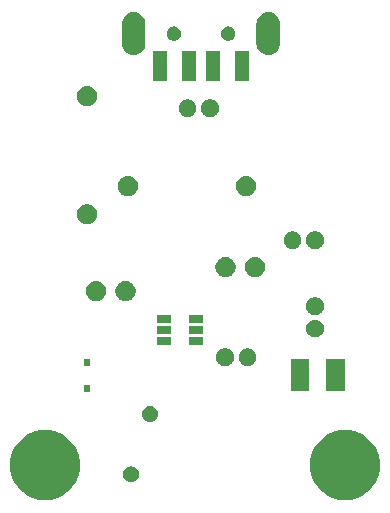
<source format=gbr>
G04 #@! TF.GenerationSoftware,KiCad,Pcbnew,(5.1.5)-3*
G04 #@! TF.CreationDate,2020-03-11T21:27:21-07:00*
G04 #@! TF.ProjectId,lab3,6c616233-2e6b-4696-9361-645f70636258,v01*
G04 #@! TF.SameCoordinates,Original*
G04 #@! TF.FileFunction,Soldermask,Top*
G04 #@! TF.FilePolarity,Negative*
%FSLAX46Y46*%
G04 Gerber Fmt 4.6, Leading zero omitted, Abs format (unit mm)*
G04 Created by KiCad (PCBNEW (5.1.5)-3) date 2020-03-11 21:27:21*
%MOMM*%
%LPD*%
G04 APERTURE LIST*
%ADD10C,0.100000*%
G04 APERTURE END LIST*
D10*
G36*
X163455953Y-101187148D02*
G01*
X163934842Y-101282404D01*
X164475676Y-101506425D01*
X164962413Y-101831652D01*
X165376348Y-102245587D01*
X165701575Y-102732324D01*
X165925596Y-103273158D01*
X166039800Y-103847304D01*
X166039800Y-104432696D01*
X165925596Y-105006842D01*
X165701575Y-105547676D01*
X165376348Y-106034413D01*
X164962413Y-106448348D01*
X164475676Y-106773575D01*
X163934842Y-106997596D01*
X163455953Y-107092852D01*
X163360697Y-107111800D01*
X162775303Y-107111800D01*
X162680047Y-107092852D01*
X162201158Y-106997596D01*
X161660324Y-106773575D01*
X161173587Y-106448348D01*
X160759652Y-106034413D01*
X160434425Y-105547676D01*
X160210404Y-105006842D01*
X160096200Y-104432696D01*
X160096200Y-103847304D01*
X160210404Y-103273158D01*
X160434425Y-102732324D01*
X160759652Y-102245587D01*
X161173587Y-101831652D01*
X161660324Y-101506425D01*
X162201158Y-101282404D01*
X162680047Y-101187148D01*
X162775303Y-101168200D01*
X163360697Y-101168200D01*
X163455953Y-101187148D01*
G37*
G36*
X138055953Y-101187148D02*
G01*
X138534842Y-101282404D01*
X139075676Y-101506425D01*
X139562413Y-101831652D01*
X139976348Y-102245587D01*
X140301575Y-102732324D01*
X140525596Y-103273158D01*
X140639800Y-103847304D01*
X140639800Y-104432696D01*
X140525596Y-105006842D01*
X140301575Y-105547676D01*
X139976348Y-106034413D01*
X139562413Y-106448348D01*
X139075676Y-106773575D01*
X138534842Y-106997596D01*
X138055953Y-107092852D01*
X137960697Y-107111800D01*
X137375303Y-107111800D01*
X137280047Y-107092852D01*
X136801158Y-106997596D01*
X136260324Y-106773575D01*
X135773587Y-106448348D01*
X135359652Y-106034413D01*
X135034425Y-105547676D01*
X134810404Y-105006842D01*
X134696200Y-104432696D01*
X134696200Y-103847304D01*
X134810404Y-103273158D01*
X135034425Y-102732324D01*
X135359652Y-102245587D01*
X135773587Y-101831652D01*
X136260324Y-101506425D01*
X136801158Y-101282404D01*
X137280047Y-101187148D01*
X137375303Y-101168200D01*
X137960697Y-101168200D01*
X138055953Y-101187148D01*
G37*
G36*
X145158041Y-104262555D02*
G01*
X145282849Y-104314252D01*
X145395173Y-104389305D01*
X145490695Y-104484827D01*
X145565748Y-104597151D01*
X145617445Y-104721959D01*
X145643800Y-104854455D01*
X145643800Y-104989545D01*
X145617445Y-105122041D01*
X145565748Y-105246849D01*
X145490695Y-105359173D01*
X145395173Y-105454695D01*
X145282849Y-105529748D01*
X145158041Y-105581445D01*
X145025545Y-105607800D01*
X144890455Y-105607800D01*
X144757959Y-105581445D01*
X144633151Y-105529748D01*
X144520827Y-105454695D01*
X144425305Y-105359173D01*
X144350252Y-105246849D01*
X144298555Y-105122041D01*
X144272200Y-104989545D01*
X144272200Y-104854455D01*
X144298555Y-104721959D01*
X144350252Y-104597151D01*
X144425305Y-104484827D01*
X144520827Y-104389305D01*
X144633151Y-104314252D01*
X144757959Y-104262555D01*
X144890455Y-104236200D01*
X145025545Y-104236200D01*
X145158041Y-104262555D01*
G37*
G36*
X146758041Y-99162555D02*
G01*
X146882849Y-99214252D01*
X146995173Y-99289305D01*
X147090695Y-99384827D01*
X147165748Y-99497151D01*
X147217445Y-99621959D01*
X147243800Y-99754455D01*
X147243800Y-99889545D01*
X147217445Y-100022041D01*
X147165748Y-100146849D01*
X147090695Y-100259173D01*
X146995173Y-100354695D01*
X146882849Y-100429748D01*
X146758041Y-100481445D01*
X146625545Y-100507800D01*
X146490455Y-100507800D01*
X146357959Y-100481445D01*
X146233151Y-100429748D01*
X146120827Y-100354695D01*
X146025305Y-100259173D01*
X145950252Y-100146849D01*
X145898555Y-100022041D01*
X145872200Y-99889545D01*
X145872200Y-99754455D01*
X145898555Y-99621959D01*
X145950252Y-99497151D01*
X146025305Y-99384827D01*
X146120827Y-99289305D01*
X146233151Y-99214252D01*
X146357959Y-99162555D01*
X146490455Y-99136200D01*
X146625545Y-99136200D01*
X146758041Y-99162555D01*
G37*
G36*
X141474800Y-97920800D02*
G01*
X140973200Y-97920800D01*
X140973200Y-97319200D01*
X141474800Y-97319200D01*
X141474800Y-97920800D01*
G37*
G36*
X163058800Y-97870800D02*
G01*
X161457200Y-97870800D01*
X161457200Y-95169200D01*
X163058800Y-95169200D01*
X163058800Y-97870800D01*
G37*
G36*
X160058800Y-97870800D02*
G01*
X158457200Y-97870800D01*
X158457200Y-95169200D01*
X160058800Y-95169200D01*
X160058800Y-97870800D01*
G37*
G36*
X153127000Y-94274053D02*
G01*
X153263637Y-94330649D01*
X153386607Y-94412815D01*
X153491185Y-94517393D01*
X153573351Y-94640363D01*
X153629947Y-94777000D01*
X153658800Y-94922053D01*
X153658800Y-95069947D01*
X153629947Y-95215000D01*
X153573351Y-95351637D01*
X153491185Y-95474607D01*
X153386607Y-95579185D01*
X153263637Y-95661351D01*
X153127000Y-95717947D01*
X152981947Y-95746800D01*
X152834053Y-95746800D01*
X152689000Y-95717947D01*
X152552363Y-95661351D01*
X152429393Y-95579185D01*
X152324815Y-95474607D01*
X152242649Y-95351637D01*
X152186053Y-95215000D01*
X152157200Y-95069947D01*
X152157200Y-94922053D01*
X152186053Y-94777000D01*
X152242649Y-94640363D01*
X152324815Y-94517393D01*
X152429393Y-94412815D01*
X152552363Y-94330649D01*
X152689000Y-94274053D01*
X152834053Y-94245200D01*
X152981947Y-94245200D01*
X153127000Y-94274053D01*
G37*
G36*
X155027000Y-94274053D02*
G01*
X155163637Y-94330649D01*
X155286607Y-94412815D01*
X155391185Y-94517393D01*
X155473351Y-94640363D01*
X155529947Y-94777000D01*
X155558800Y-94922053D01*
X155558800Y-95069947D01*
X155529947Y-95215000D01*
X155473351Y-95351637D01*
X155391185Y-95474607D01*
X155286607Y-95579185D01*
X155163637Y-95661351D01*
X155027000Y-95717947D01*
X154881947Y-95746800D01*
X154734053Y-95746800D01*
X154589000Y-95717947D01*
X154452363Y-95661351D01*
X154329393Y-95579185D01*
X154224815Y-95474607D01*
X154142649Y-95351637D01*
X154086053Y-95215000D01*
X154057200Y-95069947D01*
X154057200Y-94922053D01*
X154086053Y-94777000D01*
X154142649Y-94640363D01*
X154224815Y-94517393D01*
X154329393Y-94412815D01*
X154452363Y-94330649D01*
X154589000Y-94274053D01*
X154734053Y-94245200D01*
X154881947Y-94245200D01*
X155027000Y-94274053D01*
G37*
G36*
X141474800Y-95720800D02*
G01*
X140973200Y-95720800D01*
X140973200Y-95119200D01*
X141474800Y-95119200D01*
X141474800Y-95720800D01*
G37*
G36*
X151048800Y-94010800D02*
G01*
X149847200Y-94010800D01*
X149847200Y-93309200D01*
X151048800Y-93309200D01*
X151048800Y-94010800D01*
G37*
G36*
X148348800Y-94010800D02*
G01*
X147147200Y-94010800D01*
X147147200Y-93309200D01*
X148348800Y-93309200D01*
X148348800Y-94010800D01*
G37*
G36*
X160747000Y-91856053D02*
G01*
X160883637Y-91912649D01*
X161006607Y-91994815D01*
X161111185Y-92099393D01*
X161193351Y-92222363D01*
X161249947Y-92359000D01*
X161278800Y-92504053D01*
X161278800Y-92651947D01*
X161249947Y-92797000D01*
X161193351Y-92933637D01*
X161111185Y-93056607D01*
X161006607Y-93161185D01*
X160883637Y-93243351D01*
X160747000Y-93299947D01*
X160601947Y-93328800D01*
X160454053Y-93328800D01*
X160309000Y-93299947D01*
X160172363Y-93243351D01*
X160049393Y-93161185D01*
X159944815Y-93056607D01*
X159862649Y-92933637D01*
X159806053Y-92797000D01*
X159777200Y-92651947D01*
X159777200Y-92504053D01*
X159806053Y-92359000D01*
X159862649Y-92222363D01*
X159944815Y-92099393D01*
X160049393Y-91994815D01*
X160172363Y-91912649D01*
X160309000Y-91856053D01*
X160454053Y-91827200D01*
X160601947Y-91827200D01*
X160747000Y-91856053D01*
G37*
G36*
X151048800Y-93060800D02*
G01*
X149847200Y-93060800D01*
X149847200Y-92359200D01*
X151048800Y-92359200D01*
X151048800Y-93060800D01*
G37*
G36*
X148348800Y-93060800D02*
G01*
X147147200Y-93060800D01*
X147147200Y-92359200D01*
X148348800Y-92359200D01*
X148348800Y-93060800D01*
G37*
G36*
X148348800Y-92110800D02*
G01*
X147147200Y-92110800D01*
X147147200Y-91409200D01*
X148348800Y-91409200D01*
X148348800Y-92110800D01*
G37*
G36*
X151048800Y-92110800D02*
G01*
X149847200Y-92110800D01*
X149847200Y-91409200D01*
X151048800Y-91409200D01*
X151048800Y-92110800D01*
G37*
G36*
X160747000Y-89956053D02*
G01*
X160883637Y-90012649D01*
X161006607Y-90094815D01*
X161111185Y-90199393D01*
X161193351Y-90322363D01*
X161249947Y-90459000D01*
X161278800Y-90604053D01*
X161278800Y-90751947D01*
X161249947Y-90897000D01*
X161193351Y-91033637D01*
X161111185Y-91156607D01*
X161006607Y-91261185D01*
X160883637Y-91343351D01*
X160747000Y-91399947D01*
X160601947Y-91428800D01*
X160454053Y-91428800D01*
X160309000Y-91399947D01*
X160172363Y-91343351D01*
X160049393Y-91261185D01*
X159944815Y-91156607D01*
X159862649Y-91033637D01*
X159806053Y-90897000D01*
X159777200Y-90751947D01*
X159777200Y-90604053D01*
X159806053Y-90459000D01*
X159862649Y-90322363D01*
X159944815Y-90199393D01*
X160049393Y-90094815D01*
X160172363Y-90012649D01*
X160309000Y-89956053D01*
X160454053Y-89927200D01*
X160601947Y-89927200D01*
X160747000Y-89956053D01*
G37*
G36*
X144734169Y-88589895D02*
G01*
X144843655Y-88635246D01*
X144889006Y-88654031D01*
X144944821Y-88691325D01*
X145028354Y-88747140D01*
X145146860Y-88865646D01*
X145202675Y-88949179D01*
X145239969Y-89004994D01*
X145239969Y-89004995D01*
X145304105Y-89159831D01*
X145336800Y-89324203D01*
X145336800Y-89491797D01*
X145304105Y-89656169D01*
X145258754Y-89765655D01*
X145239969Y-89811006D01*
X145202675Y-89866821D01*
X145146860Y-89950354D01*
X145028354Y-90068860D01*
X144944821Y-90124675D01*
X144889006Y-90161969D01*
X144843655Y-90180754D01*
X144734169Y-90226105D01*
X144569797Y-90258800D01*
X144402203Y-90258800D01*
X144237831Y-90226105D01*
X144128345Y-90180754D01*
X144082994Y-90161969D01*
X144027179Y-90124675D01*
X143943646Y-90068860D01*
X143825140Y-89950354D01*
X143769325Y-89866821D01*
X143732031Y-89811006D01*
X143713246Y-89765655D01*
X143667895Y-89656169D01*
X143635200Y-89491797D01*
X143635200Y-89324203D01*
X143667895Y-89159831D01*
X143732031Y-89004995D01*
X143732031Y-89004994D01*
X143769325Y-88949179D01*
X143825140Y-88865646D01*
X143943646Y-88747140D01*
X144027179Y-88691325D01*
X144082994Y-88654031D01*
X144128345Y-88635246D01*
X144237831Y-88589895D01*
X144402203Y-88557200D01*
X144569797Y-88557200D01*
X144734169Y-88589895D01*
G37*
G36*
X142234169Y-88589895D02*
G01*
X142343655Y-88635246D01*
X142389006Y-88654031D01*
X142444821Y-88691325D01*
X142528354Y-88747140D01*
X142646860Y-88865646D01*
X142702675Y-88949179D01*
X142739969Y-89004994D01*
X142739969Y-89004995D01*
X142804105Y-89159831D01*
X142836800Y-89324203D01*
X142836800Y-89491797D01*
X142804105Y-89656169D01*
X142758754Y-89765655D01*
X142739969Y-89811006D01*
X142702675Y-89866821D01*
X142646860Y-89950354D01*
X142528354Y-90068860D01*
X142444821Y-90124675D01*
X142389006Y-90161969D01*
X142343655Y-90180754D01*
X142234169Y-90226105D01*
X142069797Y-90258800D01*
X141902203Y-90258800D01*
X141737831Y-90226105D01*
X141628345Y-90180754D01*
X141582994Y-90161969D01*
X141527179Y-90124675D01*
X141443646Y-90068860D01*
X141325140Y-89950354D01*
X141269325Y-89866821D01*
X141232031Y-89811006D01*
X141213246Y-89765655D01*
X141167895Y-89656169D01*
X141135200Y-89491797D01*
X141135200Y-89324203D01*
X141167895Y-89159831D01*
X141232031Y-89004995D01*
X141232031Y-89004994D01*
X141269325Y-88949179D01*
X141325140Y-88865646D01*
X141443646Y-88747140D01*
X141527179Y-88691325D01*
X141582994Y-88654031D01*
X141628345Y-88635246D01*
X141737831Y-88589895D01*
X141902203Y-88557200D01*
X142069797Y-88557200D01*
X142234169Y-88589895D01*
G37*
G36*
X153196169Y-86557895D02*
G01*
X153305655Y-86603246D01*
X153351006Y-86622031D01*
X153406821Y-86659325D01*
X153490354Y-86715140D01*
X153608860Y-86833646D01*
X153664675Y-86917179D01*
X153701969Y-86972994D01*
X153701969Y-86972995D01*
X153766105Y-87127831D01*
X153798800Y-87292203D01*
X153798800Y-87459797D01*
X153766105Y-87624169D01*
X153720754Y-87733655D01*
X153701969Y-87779006D01*
X153664675Y-87834821D01*
X153608860Y-87918354D01*
X153490354Y-88036860D01*
X153406821Y-88092675D01*
X153351006Y-88129969D01*
X153305655Y-88148754D01*
X153196169Y-88194105D01*
X153031797Y-88226800D01*
X152864203Y-88226800D01*
X152699831Y-88194105D01*
X152590345Y-88148754D01*
X152544994Y-88129969D01*
X152489179Y-88092675D01*
X152405646Y-88036860D01*
X152287140Y-87918354D01*
X152231325Y-87834821D01*
X152194031Y-87779006D01*
X152175246Y-87733655D01*
X152129895Y-87624169D01*
X152097200Y-87459797D01*
X152097200Y-87292203D01*
X152129895Y-87127831D01*
X152194031Y-86972995D01*
X152194031Y-86972994D01*
X152231325Y-86917179D01*
X152287140Y-86833646D01*
X152405646Y-86715140D01*
X152489179Y-86659325D01*
X152544994Y-86622031D01*
X152590345Y-86603246D01*
X152699831Y-86557895D01*
X152864203Y-86525200D01*
X153031797Y-86525200D01*
X153196169Y-86557895D01*
G37*
G36*
X155696169Y-86557895D02*
G01*
X155805655Y-86603246D01*
X155851006Y-86622031D01*
X155906821Y-86659325D01*
X155990354Y-86715140D01*
X156108860Y-86833646D01*
X156164675Y-86917179D01*
X156201969Y-86972994D01*
X156201969Y-86972995D01*
X156266105Y-87127831D01*
X156298800Y-87292203D01*
X156298800Y-87459797D01*
X156266105Y-87624169D01*
X156220754Y-87733655D01*
X156201969Y-87779006D01*
X156164675Y-87834821D01*
X156108860Y-87918354D01*
X155990354Y-88036860D01*
X155906821Y-88092675D01*
X155851006Y-88129969D01*
X155805655Y-88148754D01*
X155696169Y-88194105D01*
X155531797Y-88226800D01*
X155364203Y-88226800D01*
X155199831Y-88194105D01*
X155090345Y-88148754D01*
X155044994Y-88129969D01*
X154989179Y-88092675D01*
X154905646Y-88036860D01*
X154787140Y-87918354D01*
X154731325Y-87834821D01*
X154694031Y-87779006D01*
X154675246Y-87733655D01*
X154629895Y-87624169D01*
X154597200Y-87459797D01*
X154597200Y-87292203D01*
X154629895Y-87127831D01*
X154694031Y-86972995D01*
X154694031Y-86972994D01*
X154731325Y-86917179D01*
X154787140Y-86833646D01*
X154905646Y-86715140D01*
X154989179Y-86659325D01*
X155044994Y-86622031D01*
X155090345Y-86603246D01*
X155199831Y-86557895D01*
X155364203Y-86525200D01*
X155531797Y-86525200D01*
X155696169Y-86557895D01*
G37*
G36*
X158847000Y-84368053D02*
G01*
X158983637Y-84424649D01*
X159106607Y-84506815D01*
X159211185Y-84611393D01*
X159293351Y-84734363D01*
X159349947Y-84871000D01*
X159378800Y-85016053D01*
X159378800Y-85163947D01*
X159349947Y-85309000D01*
X159293351Y-85445637D01*
X159211185Y-85568607D01*
X159106607Y-85673185D01*
X158983637Y-85755351D01*
X158847000Y-85811947D01*
X158701947Y-85840800D01*
X158554053Y-85840800D01*
X158409000Y-85811947D01*
X158272363Y-85755351D01*
X158149393Y-85673185D01*
X158044815Y-85568607D01*
X157962649Y-85445637D01*
X157906053Y-85309000D01*
X157877200Y-85163947D01*
X157877200Y-85016053D01*
X157906053Y-84871000D01*
X157962649Y-84734363D01*
X158044815Y-84611393D01*
X158149393Y-84506815D01*
X158272363Y-84424649D01*
X158409000Y-84368053D01*
X158554053Y-84339200D01*
X158701947Y-84339200D01*
X158847000Y-84368053D01*
G37*
G36*
X160747000Y-84368053D02*
G01*
X160883637Y-84424649D01*
X161006607Y-84506815D01*
X161111185Y-84611393D01*
X161193351Y-84734363D01*
X161249947Y-84871000D01*
X161278800Y-85016053D01*
X161278800Y-85163947D01*
X161249947Y-85309000D01*
X161193351Y-85445637D01*
X161111185Y-85568607D01*
X161006607Y-85673185D01*
X160883637Y-85755351D01*
X160747000Y-85811947D01*
X160601947Y-85840800D01*
X160454053Y-85840800D01*
X160309000Y-85811947D01*
X160172363Y-85755351D01*
X160049393Y-85673185D01*
X159944815Y-85568607D01*
X159862649Y-85445637D01*
X159806053Y-85309000D01*
X159777200Y-85163947D01*
X159777200Y-85016053D01*
X159806053Y-84871000D01*
X159862649Y-84734363D01*
X159944815Y-84611393D01*
X160049393Y-84506815D01*
X160172363Y-84424649D01*
X160309000Y-84368053D01*
X160454053Y-84339200D01*
X160601947Y-84339200D01*
X160747000Y-84368053D01*
G37*
G36*
X141472169Y-82079895D02*
G01*
X141581655Y-82125246D01*
X141627006Y-82144031D01*
X141682821Y-82181325D01*
X141766354Y-82237140D01*
X141884860Y-82355646D01*
X141940675Y-82439179D01*
X141977969Y-82494994D01*
X141977969Y-82494995D01*
X142042105Y-82649831D01*
X142074800Y-82814203D01*
X142074800Y-82981797D01*
X142042105Y-83146169D01*
X141996754Y-83255655D01*
X141977969Y-83301006D01*
X141940675Y-83356821D01*
X141884860Y-83440354D01*
X141766354Y-83558860D01*
X141682821Y-83614675D01*
X141627006Y-83651969D01*
X141581655Y-83670754D01*
X141472169Y-83716105D01*
X141307797Y-83748800D01*
X141140203Y-83748800D01*
X140975831Y-83716105D01*
X140866345Y-83670754D01*
X140820994Y-83651969D01*
X140765179Y-83614675D01*
X140681646Y-83558860D01*
X140563140Y-83440354D01*
X140507325Y-83356821D01*
X140470031Y-83301006D01*
X140451246Y-83255655D01*
X140405895Y-83146169D01*
X140373200Y-82981797D01*
X140373200Y-82814203D01*
X140405895Y-82649831D01*
X140470031Y-82494995D01*
X140470031Y-82494994D01*
X140507325Y-82439179D01*
X140563140Y-82355646D01*
X140681646Y-82237140D01*
X140765179Y-82181325D01*
X140820994Y-82144031D01*
X140866345Y-82125246D01*
X140975831Y-82079895D01*
X141140203Y-82047200D01*
X141307797Y-82047200D01*
X141472169Y-82079895D01*
G37*
G36*
X154934169Y-79699895D02*
G01*
X155043655Y-79745246D01*
X155089006Y-79764031D01*
X155144821Y-79801325D01*
X155228354Y-79857140D01*
X155346860Y-79975646D01*
X155402675Y-80059179D01*
X155439969Y-80114994D01*
X155439969Y-80114995D01*
X155504105Y-80269831D01*
X155536800Y-80434203D01*
X155536800Y-80601797D01*
X155504105Y-80766169D01*
X155458754Y-80875655D01*
X155439969Y-80921006D01*
X155402675Y-80976821D01*
X155346860Y-81060354D01*
X155228354Y-81178860D01*
X155144821Y-81234675D01*
X155089006Y-81271969D01*
X155043655Y-81290754D01*
X154934169Y-81336105D01*
X154769797Y-81368800D01*
X154602203Y-81368800D01*
X154437831Y-81336105D01*
X154328345Y-81290754D01*
X154282994Y-81271969D01*
X154227179Y-81234675D01*
X154143646Y-81178860D01*
X154025140Y-81060354D01*
X153969325Y-80976821D01*
X153932031Y-80921006D01*
X153913246Y-80875655D01*
X153867895Y-80766169D01*
X153835200Y-80601797D01*
X153835200Y-80434203D01*
X153867895Y-80269831D01*
X153932031Y-80114995D01*
X153932031Y-80114994D01*
X153969325Y-80059179D01*
X154025140Y-79975646D01*
X154143646Y-79857140D01*
X154227179Y-79801325D01*
X154282994Y-79764031D01*
X154328345Y-79745246D01*
X154437831Y-79699895D01*
X154602203Y-79667200D01*
X154769797Y-79667200D01*
X154934169Y-79699895D01*
G37*
G36*
X144934169Y-79699895D02*
G01*
X145043655Y-79745246D01*
X145089006Y-79764031D01*
X145144821Y-79801325D01*
X145228354Y-79857140D01*
X145346860Y-79975646D01*
X145402675Y-80059179D01*
X145439969Y-80114994D01*
X145439969Y-80114995D01*
X145504105Y-80269831D01*
X145536800Y-80434203D01*
X145536800Y-80601797D01*
X145504105Y-80766169D01*
X145458754Y-80875655D01*
X145439969Y-80921006D01*
X145402675Y-80976821D01*
X145346860Y-81060354D01*
X145228354Y-81178860D01*
X145144821Y-81234675D01*
X145089006Y-81271969D01*
X145043655Y-81290754D01*
X144934169Y-81336105D01*
X144769797Y-81368800D01*
X144602203Y-81368800D01*
X144437831Y-81336105D01*
X144328345Y-81290754D01*
X144282994Y-81271969D01*
X144227179Y-81234675D01*
X144143646Y-81178860D01*
X144025140Y-81060354D01*
X143969325Y-80976821D01*
X143932031Y-80921006D01*
X143913246Y-80875655D01*
X143867895Y-80766169D01*
X143835200Y-80601797D01*
X143835200Y-80434203D01*
X143867895Y-80269831D01*
X143932031Y-80114995D01*
X143932031Y-80114994D01*
X143969325Y-80059179D01*
X144025140Y-79975646D01*
X144143646Y-79857140D01*
X144227179Y-79801325D01*
X144282994Y-79764031D01*
X144328345Y-79745246D01*
X144437831Y-79699895D01*
X144602203Y-79667200D01*
X144769797Y-79667200D01*
X144934169Y-79699895D01*
G37*
G36*
X149957000Y-73192053D02*
G01*
X150093637Y-73248649D01*
X150216607Y-73330815D01*
X150321185Y-73435393D01*
X150403351Y-73558363D01*
X150459947Y-73695000D01*
X150488800Y-73840053D01*
X150488800Y-73987947D01*
X150459947Y-74133000D01*
X150403351Y-74269637D01*
X150321185Y-74392607D01*
X150216607Y-74497185D01*
X150093637Y-74579351D01*
X149957000Y-74635947D01*
X149811947Y-74664800D01*
X149664053Y-74664800D01*
X149519000Y-74635947D01*
X149382363Y-74579351D01*
X149259393Y-74497185D01*
X149154815Y-74392607D01*
X149072649Y-74269637D01*
X149016053Y-74133000D01*
X148987200Y-73987947D01*
X148987200Y-73840053D01*
X149016053Y-73695000D01*
X149072649Y-73558363D01*
X149154815Y-73435393D01*
X149259393Y-73330815D01*
X149382363Y-73248649D01*
X149519000Y-73192053D01*
X149664053Y-73163200D01*
X149811947Y-73163200D01*
X149957000Y-73192053D01*
G37*
G36*
X151857000Y-73192053D02*
G01*
X151993637Y-73248649D01*
X152116607Y-73330815D01*
X152221185Y-73435393D01*
X152303351Y-73558363D01*
X152359947Y-73695000D01*
X152388800Y-73840053D01*
X152388800Y-73987947D01*
X152359947Y-74133000D01*
X152303351Y-74269637D01*
X152221185Y-74392607D01*
X152116607Y-74497185D01*
X151993637Y-74579351D01*
X151857000Y-74635947D01*
X151711947Y-74664800D01*
X151564053Y-74664800D01*
X151419000Y-74635947D01*
X151282363Y-74579351D01*
X151159393Y-74497185D01*
X151054815Y-74392607D01*
X150972649Y-74269637D01*
X150916053Y-74133000D01*
X150887200Y-73987947D01*
X150887200Y-73840053D01*
X150916053Y-73695000D01*
X150972649Y-73558363D01*
X151054815Y-73435393D01*
X151159393Y-73330815D01*
X151282363Y-73248649D01*
X151419000Y-73192053D01*
X151564053Y-73163200D01*
X151711947Y-73163200D01*
X151857000Y-73192053D01*
G37*
G36*
X141472169Y-72079895D02*
G01*
X141581655Y-72125246D01*
X141627006Y-72144031D01*
X141682821Y-72181325D01*
X141766354Y-72237140D01*
X141884860Y-72355646D01*
X141940675Y-72439179D01*
X141977969Y-72494994D01*
X141977969Y-72494995D01*
X142042105Y-72649831D01*
X142074800Y-72814203D01*
X142074800Y-72981797D01*
X142042105Y-73146169D01*
X141999656Y-73248649D01*
X141977969Y-73301006D01*
X141958051Y-73330815D01*
X141884860Y-73440354D01*
X141766354Y-73558860D01*
X141682821Y-73614675D01*
X141627006Y-73651969D01*
X141581655Y-73670754D01*
X141472169Y-73716105D01*
X141307797Y-73748800D01*
X141140203Y-73748800D01*
X140975831Y-73716105D01*
X140866345Y-73670754D01*
X140820994Y-73651969D01*
X140765179Y-73614675D01*
X140681646Y-73558860D01*
X140563140Y-73440354D01*
X140489949Y-73330815D01*
X140470031Y-73301006D01*
X140448344Y-73248649D01*
X140405895Y-73146169D01*
X140373200Y-72981797D01*
X140373200Y-72814203D01*
X140405895Y-72649831D01*
X140470031Y-72494995D01*
X140470031Y-72494994D01*
X140507325Y-72439179D01*
X140563140Y-72355646D01*
X140681646Y-72237140D01*
X140765179Y-72181325D01*
X140820994Y-72144031D01*
X140866345Y-72125246D01*
X140975831Y-72079895D01*
X141140203Y-72047200D01*
X141307797Y-72047200D01*
X141472169Y-72079895D01*
G37*
G36*
X154976800Y-71656800D02*
G01*
X153775200Y-71656800D01*
X153775200Y-69055200D01*
X154976800Y-69055200D01*
X154976800Y-71656800D01*
G37*
G36*
X152476800Y-71656800D02*
G01*
X151275200Y-71656800D01*
X151275200Y-69055200D01*
X152476800Y-69055200D01*
X152476800Y-71656800D01*
G37*
G36*
X150476800Y-71656800D02*
G01*
X149275200Y-71656800D01*
X149275200Y-69055200D01*
X150476800Y-69055200D01*
X150476800Y-71656800D01*
G37*
G36*
X147976800Y-71656800D02*
G01*
X146775200Y-71656800D01*
X146775200Y-69055200D01*
X147976800Y-69055200D01*
X147976800Y-71656800D01*
G37*
G36*
X145372190Y-65819681D02*
G01*
X145560842Y-65876908D01*
X145734705Y-65969839D01*
X145887096Y-66094904D01*
X146012161Y-66247295D01*
X146105092Y-66421157D01*
X146162319Y-66609809D01*
X146176800Y-66756838D01*
X146176800Y-68455162D01*
X146162319Y-68602191D01*
X146105092Y-68790843D01*
X146012161Y-68964705D01*
X145887096Y-69117096D01*
X145734705Y-69242161D01*
X145560843Y-69335092D01*
X145372191Y-69392319D01*
X145176000Y-69411642D01*
X144979810Y-69392319D01*
X144791158Y-69335092D01*
X144617296Y-69242161D01*
X144464905Y-69117096D01*
X144339840Y-68964705D01*
X144246909Y-68790843D01*
X144189682Y-68602191D01*
X144175201Y-68455162D01*
X144175200Y-66756839D01*
X144189681Y-66609810D01*
X144246908Y-66421158D01*
X144339839Y-66247295D01*
X144464904Y-66094904D01*
X144617295Y-65969839D01*
X144791157Y-65876908D01*
X144979809Y-65819681D01*
X145176000Y-65800358D01*
X145372190Y-65819681D01*
G37*
G36*
X156772190Y-65819681D02*
G01*
X156960842Y-65876908D01*
X157134705Y-65969839D01*
X157287096Y-66094904D01*
X157412161Y-66247295D01*
X157505092Y-66421157D01*
X157562319Y-66609809D01*
X157576800Y-66756838D01*
X157576800Y-68455162D01*
X157562319Y-68602191D01*
X157505092Y-68790843D01*
X157412161Y-68964705D01*
X157287096Y-69117096D01*
X157134705Y-69242161D01*
X156960843Y-69335092D01*
X156772191Y-69392319D01*
X156576000Y-69411642D01*
X156379810Y-69392319D01*
X156191158Y-69335092D01*
X156017296Y-69242161D01*
X155864905Y-69117096D01*
X155739840Y-68964705D01*
X155646909Y-68790843D01*
X155589682Y-68602191D01*
X155575201Y-68455162D01*
X155575200Y-66756839D01*
X155589681Y-66609810D01*
X155646908Y-66421158D01*
X155739839Y-66247295D01*
X155864904Y-66094904D01*
X156017295Y-65969839D01*
X156191157Y-65876908D01*
X156379809Y-65819681D01*
X156576000Y-65800358D01*
X156772190Y-65819681D01*
G37*
G36*
X148751247Y-67028288D02*
G01*
X148860586Y-67073578D01*
X148958988Y-67139328D01*
X149042672Y-67223012D01*
X149108422Y-67321414D01*
X149153712Y-67430753D01*
X149176800Y-67546826D01*
X149176800Y-67665174D01*
X149153712Y-67781247D01*
X149108422Y-67890586D01*
X149042672Y-67988988D01*
X148958988Y-68072672D01*
X148860586Y-68138422D01*
X148751247Y-68183712D01*
X148635174Y-68206800D01*
X148516826Y-68206800D01*
X148400753Y-68183712D01*
X148291414Y-68138422D01*
X148193012Y-68072672D01*
X148109328Y-67988988D01*
X148043578Y-67890586D01*
X147998288Y-67781247D01*
X147975200Y-67665174D01*
X147975200Y-67546826D01*
X147998288Y-67430753D01*
X148043578Y-67321414D01*
X148109328Y-67223012D01*
X148193012Y-67139328D01*
X148291414Y-67073578D01*
X148400753Y-67028288D01*
X148516826Y-67005200D01*
X148635174Y-67005200D01*
X148751247Y-67028288D01*
G37*
G36*
X153351247Y-67028288D02*
G01*
X153460586Y-67073578D01*
X153558988Y-67139328D01*
X153642672Y-67223012D01*
X153708422Y-67321414D01*
X153753712Y-67430753D01*
X153776800Y-67546826D01*
X153776800Y-67665174D01*
X153753712Y-67781247D01*
X153708422Y-67890586D01*
X153642672Y-67988988D01*
X153558988Y-68072672D01*
X153460586Y-68138422D01*
X153351247Y-68183712D01*
X153235174Y-68206800D01*
X153116826Y-68206800D01*
X153000753Y-68183712D01*
X152891414Y-68138422D01*
X152793012Y-68072672D01*
X152709328Y-67988988D01*
X152643578Y-67890586D01*
X152598288Y-67781247D01*
X152575200Y-67665174D01*
X152575200Y-67546826D01*
X152598288Y-67430753D01*
X152643578Y-67321414D01*
X152709328Y-67223012D01*
X152793012Y-67139328D01*
X152891414Y-67073578D01*
X153000753Y-67028288D01*
X153116826Y-67005200D01*
X153235174Y-67005200D01*
X153351247Y-67028288D01*
G37*
M02*

</source>
